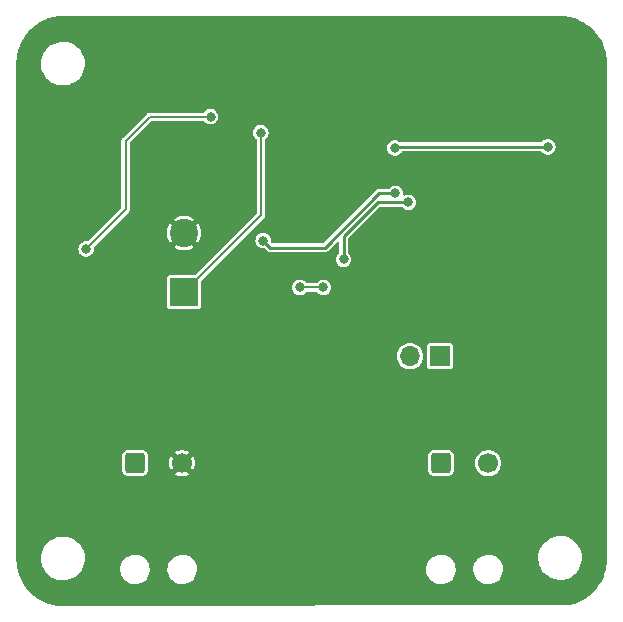
<source format=gbr>
%TF.GenerationSoftware,KiCad,Pcbnew,7.0.1-0*%
%TF.CreationDate,2023-12-18T21:05:32-06:00*%
%TF.ProjectId,BNOCAN,424e4f43-414e-42e6-9b69-6361645f7063,rev?*%
%TF.SameCoordinates,Original*%
%TF.FileFunction,Copper,L2,Bot*%
%TF.FilePolarity,Positive*%
%FSLAX46Y46*%
G04 Gerber Fmt 4.6, Leading zero omitted, Abs format (unit mm)*
G04 Created by KiCad (PCBNEW 7.0.1-0) date 2023-12-18 21:05:32*
%MOMM*%
%LPD*%
G01*
G04 APERTURE LIST*
G04 Aperture macros list*
%AMRoundRect*
0 Rectangle with rounded corners*
0 $1 Rounding radius*
0 $2 $3 $4 $5 $6 $7 $8 $9 X,Y pos of 4 corners*
0 Add a 4 corners polygon primitive as box body*
4,1,4,$2,$3,$4,$5,$6,$7,$8,$9,$2,$3,0*
0 Add four circle primitives for the rounded corners*
1,1,$1+$1,$2,$3*
1,1,$1+$1,$4,$5*
1,1,$1+$1,$6,$7*
1,1,$1+$1,$8,$9*
0 Add four rect primitives between the rounded corners*
20,1,$1+$1,$2,$3,$4,$5,0*
20,1,$1+$1,$4,$5,$6,$7,0*
20,1,$1+$1,$6,$7,$8,$9,0*
20,1,$1+$1,$8,$9,$2,$3,0*%
G04 Aperture macros list end*
%TA.AperFunction,ComponentPad*%
%ADD10C,1.700000*%
%TD*%
%TA.AperFunction,ComponentPad*%
%ADD11RoundRect,0.250000X-0.600000X-0.600000X0.600000X-0.600000X0.600000X0.600000X-0.600000X0.600000X0*%
%TD*%
%TA.AperFunction,ComponentPad*%
%ADD12R,1.700000X1.700000*%
%TD*%
%TA.AperFunction,ComponentPad*%
%ADD13O,1.700000X1.700000*%
%TD*%
%TA.AperFunction,ComponentPad*%
%ADD14R,2.400000X2.400000*%
%TD*%
%TA.AperFunction,ComponentPad*%
%ADD15C,2.400000*%
%TD*%
%TA.AperFunction,ViaPad*%
%ADD16C,0.800000*%
%TD*%
%TA.AperFunction,Conductor*%
%ADD17C,0.200000*%
%TD*%
%TA.AperFunction,Conductor*%
%ADD18C,0.254000*%
%TD*%
G04 APERTURE END LIST*
D10*
%TO.P,J2,2,Pin_2*%
%TO.N,GND*%
X124050000Y-93075000D03*
D11*
%TO.P,J2,1,Pin_1*%
%TO.N,VCC*%
X120050000Y-93075000D03*
%TD*%
D10*
%TO.P,J1,2,Pin_2*%
%TO.N,/CAN+*%
X149950000Y-93075000D03*
D11*
%TO.P,J1,1,Pin_1*%
%TO.N,/CAN-*%
X145950000Y-93075000D03*
%TD*%
D12*
%TO.P,JP1,1,A*%
%TO.N,/CAN-*%
X145875000Y-84025000D03*
D13*
%TO.P,JP1,2,B*%
%TO.N,Net-(JP1-B)*%
X143335000Y-84025000D03*
%TD*%
D14*
%TO.P,C21,1*%
%TO.N,+3.3V*%
X124200000Y-78600000D03*
D15*
%TO.P,C21,2*%
%TO.N,GND*%
X124200000Y-73600000D03*
%TD*%
D16*
%TO.N,+3.3V*%
X142050000Y-66400000D03*
%TO.N,GND*%
X151425000Y-76050000D03*
X148200000Y-72675000D03*
X157098690Y-98051250D03*
X157098690Y-65031250D03*
X157098690Y-62491250D03*
X157098690Y-59951250D03*
X157098690Y-57411250D03*
X154558690Y-103131250D03*
X154558690Y-92971250D03*
X154558690Y-90431250D03*
X154558690Y-77731250D03*
X154558690Y-75191250D03*
X154558690Y-72651250D03*
X154558690Y-70111250D03*
X154558690Y-57411250D03*
X152018690Y-103131250D03*
X152018690Y-100591250D03*
X152018690Y-95511250D03*
X152018690Y-92971250D03*
X152018690Y-72651250D03*
X152018690Y-70111250D03*
X152018690Y-57411250D03*
X149478690Y-95511250D03*
X149478690Y-87891250D03*
X149478690Y-70111250D03*
X149478690Y-57411250D03*
X146938690Y-95511250D03*
X146938690Y-90431250D03*
X146938690Y-87891250D03*
X146938690Y-77731250D03*
X146938690Y-75191250D03*
X146938690Y-67571250D03*
X146938690Y-62491250D03*
X146938690Y-59951250D03*
X146938690Y-57411250D03*
X144398690Y-100591250D03*
X144398690Y-92971250D03*
X144398690Y-90431250D03*
X144398690Y-87891250D03*
X144398690Y-65031250D03*
X144398690Y-59951250D03*
X144398690Y-57411250D03*
X141858690Y-103131250D03*
X141858690Y-100591250D03*
X141858690Y-98051250D03*
X141858690Y-90431250D03*
X141858690Y-59951250D03*
X141858690Y-57411250D03*
X139318690Y-103131250D03*
X139318690Y-100591250D03*
X139318690Y-98051250D03*
X139318690Y-95511250D03*
X139318690Y-87891250D03*
X139318690Y-80271250D03*
X139318690Y-59951250D03*
X139318690Y-57411250D03*
X136778690Y-103131250D03*
X136778690Y-62491250D03*
X136778690Y-59951250D03*
X136778690Y-57411250D03*
X134238690Y-103131250D03*
X134238690Y-95511250D03*
X134238690Y-85351250D03*
X134238690Y-62491250D03*
X134238690Y-59951250D03*
X134238690Y-57411250D03*
X131698690Y-103131250D03*
X131698690Y-100591250D03*
X131698690Y-98051250D03*
X131698690Y-77731250D03*
X131698690Y-62491250D03*
X131698690Y-59951250D03*
X131698690Y-57411250D03*
X129158690Y-103131250D03*
X129158690Y-100591250D03*
X129158690Y-98051250D03*
X129158690Y-95511250D03*
X129158690Y-62491250D03*
X129158690Y-59951250D03*
X129158690Y-57411250D03*
X126618690Y-103131250D03*
X126618690Y-100591250D03*
X126618690Y-98051250D03*
X126618690Y-95511250D03*
X126618690Y-77731250D03*
X126618690Y-59951250D03*
X126618690Y-57411250D03*
X124078690Y-98051250D03*
X124078690Y-95511250D03*
X124078690Y-87891250D03*
X124078690Y-82811250D03*
X124078690Y-65031250D03*
X124078690Y-62491250D03*
X124078690Y-59951250D03*
X124078690Y-57411250D03*
X121538690Y-100591250D03*
X121538690Y-98051250D03*
X121538690Y-95511250D03*
X121538690Y-80271250D03*
X121538690Y-77731250D03*
X121538690Y-75191250D03*
X121538690Y-72651250D03*
X121538690Y-70111250D03*
X121538690Y-65031250D03*
X121538690Y-62491250D03*
X121538690Y-59951250D03*
X121538690Y-57411250D03*
X118998690Y-98051250D03*
X118998690Y-95511250D03*
X118998690Y-80271250D03*
X118998690Y-77731250D03*
X118998690Y-75191250D03*
X118998690Y-62491250D03*
X118998690Y-59951250D03*
X118998690Y-57411250D03*
X116458690Y-103131250D03*
X116458690Y-100591250D03*
X116458690Y-98051250D03*
X116458690Y-95511250D03*
X116458690Y-92971250D03*
X116458690Y-87891250D03*
X116458690Y-85351250D03*
X116458690Y-82811250D03*
X116458690Y-80271250D03*
X116458690Y-67571250D03*
X116458690Y-65031250D03*
X116458690Y-62491250D03*
X116458690Y-59951250D03*
X116458690Y-57411250D03*
X113918690Y-98051250D03*
X113918690Y-95511250D03*
X113918690Y-92971250D03*
X113918690Y-90431250D03*
X113918690Y-87891250D03*
X113918690Y-85351250D03*
X113918690Y-82811250D03*
X113918690Y-80271250D03*
X113918690Y-75191250D03*
X113918690Y-72651250D03*
X113918690Y-67571250D03*
X113918690Y-65031250D03*
X113918690Y-62491250D03*
X111378690Y-100591250D03*
X111378690Y-98051250D03*
X111378690Y-95511250D03*
X111378690Y-92971250D03*
X111378690Y-90431250D03*
X111378690Y-87891250D03*
X111378690Y-85351250D03*
X111378690Y-82811250D03*
X111378690Y-80271250D03*
X111378690Y-77731250D03*
X111378690Y-75191250D03*
X111378690Y-72651250D03*
X111378690Y-70111250D03*
X111378690Y-67571250D03*
X111378690Y-65031250D03*
X111378690Y-62491250D03*
X111378690Y-59951250D03*
X138000000Y-68400000D03*
X134800000Y-68400000D03*
X136400000Y-68400000D03*
X138000000Y-70000000D03*
X134800000Y-70000000D03*
X138000000Y-66800000D03*
X134800000Y-66800000D03*
X128050000Y-71250000D03*
X126850000Y-69350000D03*
%TO.N,+3.3V*%
X130700000Y-65100000D03*
X155000000Y-66300000D03*
%TO.N,Net-(U4-BOOT0)*%
X115900000Y-74950000D03*
X126450000Y-63750000D03*
%TO.N,Net-(U5-H_SDA{slash}MISO{slash}TX)*%
X134000000Y-78200000D03*
X136000000Y-78200000D03*
%TO.N,/UART_RX*%
X143200000Y-71000000D03*
X137700000Y-75837500D03*
%TO.N,Net-(U4-PA9)*%
X142100000Y-70237500D03*
X130900000Y-74237500D03*
%TD*%
D17*
%TO.N,Net-(U4-BOOT0)*%
X119250000Y-65800000D02*
X119250000Y-71600000D01*
X119250000Y-71600000D02*
X115900000Y-74950000D01*
%TO.N,+3.3V*%
X130700000Y-65100000D02*
X130700000Y-72100000D01*
X130700000Y-72100000D02*
X124200000Y-78600000D01*
D18*
X142050000Y-66400000D02*
X142150000Y-66300000D01*
X142150000Y-66300000D02*
X155000000Y-66300000D01*
D17*
%TO.N,Net-(U4-BOOT0)*%
X126450000Y-63750000D02*
X121300000Y-63750000D01*
X121300000Y-63750000D02*
X119250000Y-65800000D01*
D18*
%TO.N,/UART_RX*%
X143200000Y-71000000D02*
X140600000Y-71000000D01*
X140600000Y-71000000D02*
X140400000Y-71200000D01*
X137700000Y-73879552D02*
X137700000Y-75837500D01*
X140400000Y-71200000D02*
X140379552Y-71200000D01*
X140379552Y-71200000D02*
X137700000Y-73879552D01*
D17*
%TO.N,Net-(U5-H_SDA{slash}MISO{slash}TX)*%
X134000000Y-78200000D02*
X136000000Y-78200000D01*
D18*
%TO.N,Net-(U4-PA9)*%
X142100000Y-70237500D02*
X140700000Y-70237500D01*
X140700000Y-70237500D02*
X136100000Y-74837500D01*
X136100000Y-74837500D02*
X131500000Y-74837500D01*
X131500000Y-74837500D02*
X130900000Y-74237500D01*
%TD*%
%TA.AperFunction,Conductor*%
%TO.N,GND*%
G36*
X156002854Y-55200632D02*
G01*
X156018811Y-55201369D01*
X156173088Y-55208502D01*
X156369795Y-55218166D01*
X156380787Y-55219201D01*
X156562876Y-55244601D01*
X156563781Y-55244732D01*
X156747261Y-55271949D01*
X156757413Y-55273892D01*
X156938614Y-55316510D01*
X156940023Y-55316852D01*
X157117874Y-55361401D01*
X157127091Y-55364096D01*
X157304478Y-55423550D01*
X157306618Y-55424292D01*
X157478220Y-55485692D01*
X157486519Y-55489004D01*
X157657980Y-55564712D01*
X157660909Y-55566051D01*
X157747263Y-55606892D01*
X157825119Y-55643715D01*
X157832411Y-55647465D01*
X157929135Y-55701341D01*
X157996435Y-55738827D01*
X157999810Y-55740777D01*
X158155371Y-55834017D01*
X158161670Y-55838058D01*
X158316699Y-55944256D01*
X158320459Y-55946935D01*
X158466009Y-56054882D01*
X158471305Y-56059040D01*
X158616009Y-56179200D01*
X158619947Y-56182617D01*
X158754206Y-56304303D01*
X158758590Y-56308478D01*
X158891520Y-56441408D01*
X158895698Y-56445795D01*
X159017375Y-56580045D01*
X159020805Y-56583998D01*
X159140951Y-56728684D01*
X159145124Y-56734000D01*
X159253041Y-56879509D01*
X159255742Y-56883299D01*
X159361940Y-57038328D01*
X159365999Y-57044656D01*
X159459200Y-57200153D01*
X159461171Y-57203563D01*
X159552525Y-57367573D01*
X159556291Y-57374896D01*
X159633947Y-57539089D01*
X159635286Y-57542018D01*
X159710994Y-57713479D01*
X159714311Y-57721791D01*
X159775666Y-57893265D01*
X159776487Y-57895634D01*
X159835894Y-58072881D01*
X159838606Y-58082157D01*
X159883104Y-58259803D01*
X159883526Y-58261543D01*
X159926101Y-58442562D01*
X159928053Y-58452758D01*
X159955257Y-58636156D01*
X159955410Y-58637218D01*
X159980794Y-58819184D01*
X159981834Y-58830232D01*
X159991512Y-59027238D01*
X159991529Y-59027595D01*
X159999368Y-59197145D01*
X159999500Y-59202872D01*
X159999500Y-101197145D01*
X159999369Y-101202846D01*
X159991517Y-101373436D01*
X159991500Y-101373792D01*
X159982000Y-101568051D01*
X159980970Y-101579049D01*
X159955724Y-101760859D01*
X159955572Y-101761916D01*
X159928709Y-101943852D01*
X159926775Y-101954003D01*
X159884466Y-102134739D01*
X159884047Y-102136473D01*
X159840068Y-102312873D01*
X159837381Y-102322109D01*
X159778391Y-102498973D01*
X159777577Y-102501333D01*
X159716868Y-102671837D01*
X159713581Y-102680117D01*
X159638440Y-102851166D01*
X159637111Y-102854086D01*
X159560242Y-103017454D01*
X159556510Y-103024751D01*
X159465847Y-103188407D01*
X159463893Y-103191805D01*
X159371584Y-103346671D01*
X159367560Y-103352982D01*
X159262147Y-103507767D01*
X159259467Y-103511547D01*
X159152597Y-103656516D01*
X159148432Y-103661855D01*
X159029210Y-103806348D01*
X159025720Y-103810397D01*
X158905230Y-103944231D01*
X158901067Y-103948633D01*
X158769070Y-104081571D01*
X158764697Y-104085765D01*
X158631742Y-104207185D01*
X158627719Y-104210704D01*
X158484074Y-104330953D01*
X158478765Y-104335156D01*
X158334535Y-104443071D01*
X158330773Y-104445777D01*
X158176758Y-104552275D01*
X158170477Y-104556344D01*
X158016295Y-104649738D01*
X158012910Y-104651716D01*
X157849870Y-104743558D01*
X157842600Y-104747342D01*
X157679822Y-104825350D01*
X157676912Y-104826699D01*
X157506360Y-104903073D01*
X157498102Y-104906420D01*
X157328049Y-104968332D01*
X157325698Y-104969161D01*
X157149256Y-105029409D01*
X157140036Y-105032163D01*
X156963951Y-105077393D01*
X156962223Y-105077824D01*
X156871548Y-105099732D01*
X156842550Y-105103200D01*
X113386855Y-105146569D01*
X113368537Y-105145227D01*
X113252757Y-105128053D01*
X113242561Y-105126101D01*
X113061543Y-105083526D01*
X113059803Y-105083104D01*
X112882157Y-105038606D01*
X112872881Y-105035894D01*
X112695634Y-104976487D01*
X112693265Y-104975666D01*
X112521791Y-104914311D01*
X112513479Y-104910994D01*
X112342018Y-104835286D01*
X112339089Y-104833947D01*
X112174896Y-104756291D01*
X112167573Y-104752525D01*
X112003563Y-104661171D01*
X112000153Y-104659200D01*
X111980648Y-104647509D01*
X111844645Y-104565992D01*
X111838328Y-104561940D01*
X111683299Y-104455742D01*
X111679509Y-104453041D01*
X111666066Y-104443071D01*
X111534000Y-104345124D01*
X111528684Y-104340951D01*
X111383998Y-104220805D01*
X111380045Y-104217375D01*
X111245795Y-104095698D01*
X111241408Y-104091520D01*
X111108478Y-103958590D01*
X111104303Y-103954206D01*
X110982617Y-103819947D01*
X110979200Y-103816009D01*
X110859040Y-103671305D01*
X110854882Y-103666009D01*
X110746935Y-103520459D01*
X110744256Y-103516699D01*
X110638058Y-103361670D01*
X110634017Y-103355371D01*
X110540777Y-103199810D01*
X110538827Y-103196435D01*
X110536248Y-103191805D01*
X110447465Y-103032411D01*
X110443715Y-103025119D01*
X110389769Y-102911058D01*
X110366051Y-102860909D01*
X110364712Y-102857980D01*
X110289004Y-102686519D01*
X110285692Y-102678220D01*
X110224292Y-102506618D01*
X110223550Y-102504478D01*
X110164096Y-102327091D01*
X110161401Y-102317874D01*
X110116852Y-102140023D01*
X110116510Y-102138614D01*
X110073892Y-101957413D01*
X110071949Y-101947261D01*
X110044732Y-101763781D01*
X110044588Y-101762780D01*
X110019201Y-101580787D01*
X110018166Y-101569795D01*
X110008480Y-101372611D01*
X110001322Y-101217764D01*
X112095787Y-101217764D01*
X112125413Y-101487016D01*
X112149474Y-101579049D01*
X112193928Y-101749088D01*
X112299870Y-101998390D01*
X112299871Y-101998392D01*
X112440982Y-102229611D01*
X112614253Y-102437818D01*
X112614255Y-102437820D01*
X112815998Y-102618582D01*
X113041910Y-102768044D01*
X113133027Y-102810758D01*
X113287177Y-102883021D01*
X113511469Y-102950500D01*
X113546569Y-102961060D01*
X113814561Y-103000500D01*
X114017631Y-103000500D01*
X114017634Y-103000500D01*
X114220156Y-102985677D01*
X114233381Y-102982731D01*
X114484553Y-102926780D01*
X114737558Y-102830014D01*
X114973777Y-102697441D01*
X115188177Y-102531888D01*
X115376186Y-102336881D01*
X115523247Y-102131328D01*
X118795709Y-102131328D01*
X118825925Y-102354388D01*
X118883598Y-102531888D01*
X118895483Y-102568464D01*
X119002148Y-102766681D01*
X119142492Y-102942666D01*
X119312004Y-103090765D01*
X119312006Y-103090766D01*
X119505237Y-103206216D01*
X119623214Y-103250493D01*
X119715976Y-103285307D01*
X119937453Y-103325500D01*
X120106153Y-103325500D01*
X120106155Y-103325500D01*
X120274188Y-103310377D01*
X120491170Y-103250493D01*
X120693973Y-103152829D01*
X120876078Y-103020522D01*
X121031632Y-102857825D01*
X121155635Y-102669968D01*
X121244103Y-102462988D01*
X121294191Y-102243537D01*
X121299230Y-102131328D01*
X122795709Y-102131328D01*
X122825925Y-102354388D01*
X122883598Y-102531888D01*
X122895483Y-102568464D01*
X123002148Y-102766681D01*
X123142492Y-102942666D01*
X123312004Y-103090765D01*
X123312006Y-103090766D01*
X123505237Y-103206216D01*
X123623214Y-103250493D01*
X123715976Y-103285307D01*
X123937453Y-103325500D01*
X124106153Y-103325500D01*
X124106155Y-103325500D01*
X124274188Y-103310377D01*
X124491170Y-103250493D01*
X124693973Y-103152829D01*
X124876078Y-103020522D01*
X125031632Y-102857825D01*
X125155635Y-102669968D01*
X125244103Y-102462988D01*
X125294191Y-102243537D01*
X125299230Y-102131328D01*
X144695709Y-102131328D01*
X144725925Y-102354388D01*
X144783598Y-102531888D01*
X144795483Y-102568464D01*
X144902148Y-102766681D01*
X145042492Y-102942666D01*
X145212004Y-103090765D01*
X145212006Y-103090766D01*
X145405237Y-103206216D01*
X145523214Y-103250493D01*
X145615976Y-103285307D01*
X145837453Y-103325500D01*
X146006153Y-103325500D01*
X146006155Y-103325500D01*
X146174188Y-103310377D01*
X146391170Y-103250493D01*
X146593973Y-103152829D01*
X146776078Y-103020522D01*
X146931632Y-102857825D01*
X147055635Y-102669968D01*
X147144103Y-102462988D01*
X147194191Y-102243537D01*
X147199230Y-102131328D01*
X148695709Y-102131328D01*
X148725925Y-102354388D01*
X148783598Y-102531888D01*
X148795483Y-102568464D01*
X148902148Y-102766681D01*
X149042492Y-102942666D01*
X149212004Y-103090765D01*
X149212006Y-103090766D01*
X149405237Y-103206216D01*
X149523214Y-103250493D01*
X149615976Y-103285307D01*
X149837453Y-103325500D01*
X150006153Y-103325500D01*
X150006155Y-103325500D01*
X150174188Y-103310377D01*
X150391170Y-103250493D01*
X150593973Y-103152829D01*
X150776078Y-103020522D01*
X150931632Y-102857825D01*
X151055635Y-102669968D01*
X151144103Y-102462988D01*
X151194191Y-102243537D01*
X151204290Y-102018670D01*
X151174075Y-101795613D01*
X151104517Y-101581536D01*
X150997852Y-101383319D01*
X150877737Y-101232701D01*
X150857509Y-101207335D01*
X150852371Y-101202846D01*
X150812217Y-101167764D01*
X154195787Y-101167764D01*
X154225413Y-101437016D01*
X154259493Y-101567372D01*
X154293928Y-101699088D01*
X154382053Y-101906462D01*
X154399871Y-101948392D01*
X154540982Y-102179611D01*
X154714253Y-102387818D01*
X154714255Y-102387820D01*
X154915998Y-102568582D01*
X155141910Y-102718044D01*
X155245662Y-102766681D01*
X155387177Y-102833021D01*
X155646562Y-102911058D01*
X155646569Y-102911060D01*
X155914561Y-102950500D01*
X156117631Y-102950500D01*
X156117634Y-102950500D01*
X156320156Y-102935677D01*
X156320155Y-102935677D01*
X156584553Y-102876780D01*
X156837558Y-102780014D01*
X157073777Y-102647441D01*
X157288177Y-102481888D01*
X157476186Y-102286881D01*
X157633799Y-102066579D01*
X157757656Y-101825675D01*
X157845118Y-101569305D01*
X157894319Y-101302933D01*
X157904212Y-101032235D01*
X157874586Y-100762982D01*
X157806072Y-100500912D01*
X157700130Y-100251610D01*
X157589533Y-100070390D01*
X157559017Y-100020388D01*
X157385746Y-99812181D01*
X157280758Y-99718112D01*
X157184002Y-99631418D01*
X156958090Y-99481956D01*
X156932556Y-99469986D01*
X156712822Y-99366978D01*
X156453437Y-99288941D01*
X156453431Y-99288940D01*
X156185439Y-99249500D01*
X155982369Y-99249500D01*
X155982366Y-99249500D01*
X155779843Y-99264322D01*
X155515449Y-99323219D01*
X155262441Y-99419986D01*
X155026223Y-99552559D01*
X154811825Y-99718109D01*
X154623813Y-99913120D01*
X154466201Y-100133420D01*
X154342342Y-100374329D01*
X154254881Y-100630695D01*
X154205680Y-100897066D01*
X154195787Y-101167764D01*
X150812217Y-101167764D01*
X150687996Y-101059235D01*
X150687993Y-101059233D01*
X150494762Y-100943783D01*
X150284025Y-100864693D01*
X150062547Y-100824500D01*
X149893845Y-100824500D01*
X149826631Y-100830549D01*
X149725809Y-100839623D01*
X149508828Y-100899507D01*
X149306027Y-100997170D01*
X149123925Y-101129475D01*
X148968365Y-101292178D01*
X148844365Y-101480031D01*
X148755896Y-101687012D01*
X148705809Y-101906462D01*
X148695709Y-102131328D01*
X147199230Y-102131328D01*
X147204290Y-102018670D01*
X147174075Y-101795613D01*
X147104517Y-101581536D01*
X146997852Y-101383319D01*
X146877737Y-101232701D01*
X146857509Y-101207335D01*
X146852371Y-101202846D01*
X146687996Y-101059235D01*
X146687993Y-101059233D01*
X146494762Y-100943783D01*
X146284025Y-100864693D01*
X146062547Y-100824500D01*
X145893845Y-100824500D01*
X145826631Y-100830549D01*
X145725809Y-100839623D01*
X145508828Y-100899507D01*
X145306027Y-100997170D01*
X145123925Y-101129475D01*
X144968365Y-101292178D01*
X144844365Y-101480031D01*
X144755896Y-101687012D01*
X144705809Y-101906462D01*
X144695709Y-102131328D01*
X125299230Y-102131328D01*
X125304290Y-102018670D01*
X125274075Y-101795613D01*
X125204517Y-101581536D01*
X125097852Y-101383319D01*
X124977737Y-101232701D01*
X124957509Y-101207335D01*
X124952371Y-101202846D01*
X124787996Y-101059235D01*
X124787993Y-101059233D01*
X124594762Y-100943783D01*
X124384025Y-100864693D01*
X124162547Y-100824500D01*
X123993845Y-100824500D01*
X123926631Y-100830549D01*
X123825809Y-100839623D01*
X123608828Y-100899507D01*
X123406027Y-100997170D01*
X123223925Y-101129475D01*
X123068365Y-101292178D01*
X122944365Y-101480031D01*
X122855896Y-101687012D01*
X122805809Y-101906462D01*
X122795709Y-102131328D01*
X121299230Y-102131328D01*
X121304290Y-102018670D01*
X121274075Y-101795613D01*
X121204517Y-101581536D01*
X121097852Y-101383319D01*
X120977737Y-101232701D01*
X120957509Y-101207335D01*
X120952371Y-101202846D01*
X120787996Y-101059235D01*
X120787993Y-101059233D01*
X120594762Y-100943783D01*
X120384025Y-100864693D01*
X120162547Y-100824500D01*
X119993845Y-100824500D01*
X119926631Y-100830549D01*
X119825809Y-100839623D01*
X119608828Y-100899507D01*
X119406027Y-100997170D01*
X119223925Y-101129475D01*
X119068365Y-101292178D01*
X118944365Y-101480031D01*
X118855896Y-101687012D01*
X118805809Y-101906462D01*
X118795709Y-102131328D01*
X115523247Y-102131328D01*
X115533799Y-102116579D01*
X115657656Y-101875675D01*
X115745118Y-101619305D01*
X115794319Y-101352933D01*
X115804212Y-101082235D01*
X115774586Y-100812982D01*
X115706072Y-100550912D01*
X115600130Y-100301610D01*
X115527999Y-100183420D01*
X115459017Y-100070388D01*
X115285746Y-99862181D01*
X115229941Y-99812180D01*
X115084002Y-99681418D01*
X114858090Y-99531956D01*
X114858086Y-99531954D01*
X114612822Y-99416978D01*
X114353437Y-99338941D01*
X114353431Y-99338940D01*
X114085439Y-99299500D01*
X113882369Y-99299500D01*
X113882366Y-99299500D01*
X113679843Y-99314322D01*
X113415449Y-99373219D01*
X113162441Y-99469986D01*
X112926223Y-99602559D01*
X112711825Y-99768109D01*
X112523813Y-99963120D01*
X112366201Y-100183420D01*
X112242342Y-100424329D01*
X112154881Y-100680695D01*
X112105680Y-100947066D01*
X112095787Y-101217764D01*
X110001322Y-101217764D01*
X110000632Y-101202846D01*
X110000500Y-101197128D01*
X110000500Y-93722869D01*
X118949500Y-93722869D01*
X118955909Y-93782483D01*
X119006204Y-93917331D01*
X119092454Y-94032546D01*
X119207669Y-94118796D01*
X119342517Y-94169091D01*
X119402127Y-94175500D01*
X120697872Y-94175499D01*
X120757483Y-94169091D01*
X120892331Y-94118796D01*
X121007546Y-94032546D01*
X121024993Y-94009240D01*
X123469310Y-94009240D01*
X123557588Y-94063899D01*
X123747679Y-94137540D01*
X123948072Y-94175000D01*
X124151928Y-94175000D01*
X124352320Y-94137540D01*
X124542411Y-94063899D01*
X124630688Y-94009240D01*
X124344317Y-93722869D01*
X144849500Y-93722869D01*
X144855909Y-93782483D01*
X144906204Y-93917331D01*
X144992454Y-94032546D01*
X145107669Y-94118796D01*
X145242517Y-94169091D01*
X145302127Y-94175500D01*
X146597872Y-94175499D01*
X146657483Y-94169091D01*
X146792331Y-94118796D01*
X146907546Y-94032546D01*
X146993796Y-93917331D01*
X147044091Y-93782483D01*
X147050500Y-93722873D01*
X147050499Y-93075000D01*
X148844785Y-93075000D01*
X148863602Y-93278083D01*
X148919418Y-93474251D01*
X149010324Y-93656818D01*
X149133236Y-93819580D01*
X149283958Y-93956981D01*
X149457361Y-94064347D01*
X149457363Y-94064348D01*
X149647544Y-94138024D01*
X149848024Y-94175500D01*
X150051974Y-94175500D01*
X150051976Y-94175500D01*
X150252456Y-94138024D01*
X150442637Y-94064348D01*
X150616041Y-93956981D01*
X150766764Y-93819579D01*
X150889673Y-93656821D01*
X150889673Y-93656819D01*
X150889675Y-93656818D01*
X150935313Y-93565161D01*
X150980582Y-93474250D01*
X151036397Y-93278083D01*
X151055215Y-93075000D01*
X151036397Y-92871917D01*
X150980582Y-92675750D01*
X150980209Y-92675001D01*
X150889675Y-92493181D01*
X150766763Y-92330419D01*
X150616041Y-92193018D01*
X150442638Y-92085652D01*
X150252457Y-92011976D01*
X150185629Y-91999484D01*
X150051976Y-91974500D01*
X149848024Y-91974500D01*
X149747784Y-91993237D01*
X149647542Y-92011976D01*
X149457361Y-92085652D01*
X149283958Y-92193018D01*
X149133236Y-92330419D01*
X149010324Y-92493181D01*
X148919418Y-92675748D01*
X148863602Y-92871916D01*
X148844785Y-93075000D01*
X147050499Y-93075000D01*
X147050499Y-92427128D01*
X147044091Y-92367517D01*
X146993796Y-92232669D01*
X146907546Y-92117454D01*
X146792331Y-92031204D01*
X146657483Y-91980909D01*
X146597873Y-91974500D01*
X146597869Y-91974500D01*
X145302130Y-91974500D01*
X145242515Y-91980909D01*
X145107669Y-92031204D01*
X144992454Y-92117454D01*
X144906204Y-92232668D01*
X144855909Y-92367516D01*
X144849500Y-92427130D01*
X144849500Y-93722869D01*
X124344317Y-93722869D01*
X124050001Y-93428553D01*
X124050000Y-93428553D01*
X123469310Y-94009240D01*
X121024993Y-94009240D01*
X121093796Y-93917331D01*
X121144091Y-93782483D01*
X121150500Y-93722873D01*
X121150499Y-93074999D01*
X122945287Y-93074999D01*
X122964096Y-93277992D01*
X123019885Y-93474068D01*
X123110751Y-93656552D01*
X123112532Y-93658912D01*
X123112533Y-93658913D01*
X123696447Y-93075001D01*
X123696447Y-93075000D01*
X124403553Y-93075000D01*
X124987465Y-93658912D01*
X124989247Y-93656553D01*
X125080115Y-93474066D01*
X125135903Y-93277992D01*
X125154712Y-93074999D01*
X125135903Y-92872007D01*
X125080114Y-92675931D01*
X124989248Y-92493448D01*
X124987465Y-92491086D01*
X124987465Y-92491085D01*
X124403553Y-93075000D01*
X123696447Y-93075000D01*
X123112533Y-92491085D01*
X123110753Y-92493444D01*
X123019884Y-92675933D01*
X122964096Y-92872007D01*
X122945287Y-93074999D01*
X121150499Y-93074999D01*
X121150499Y-92427128D01*
X121144091Y-92367517D01*
X121093796Y-92232669D01*
X121024991Y-92140758D01*
X123469310Y-92140758D01*
X124050000Y-92721447D01*
X124050001Y-92721447D01*
X124630688Y-92140758D01*
X124630687Y-92140757D01*
X124542414Y-92086101D01*
X124352320Y-92012459D01*
X124151928Y-91975000D01*
X123948072Y-91975000D01*
X123747679Y-92012459D01*
X123557589Y-92086100D01*
X123469310Y-92140758D01*
X121024991Y-92140758D01*
X121007546Y-92117454D01*
X120892331Y-92031204D01*
X120757483Y-91980909D01*
X120697873Y-91974500D01*
X120697869Y-91974500D01*
X119402130Y-91974500D01*
X119342515Y-91980909D01*
X119207669Y-92031204D01*
X119092454Y-92117454D01*
X119006204Y-92232668D01*
X118955909Y-92367516D01*
X118949500Y-92427130D01*
X118949500Y-93722869D01*
X110000500Y-93722869D01*
X110000500Y-84025000D01*
X142229785Y-84025000D01*
X142248602Y-84228083D01*
X142304418Y-84424251D01*
X142395324Y-84606818D01*
X142518236Y-84769580D01*
X142668958Y-84906981D01*
X142842361Y-85014347D01*
X142842363Y-85014348D01*
X143032544Y-85088024D01*
X143233024Y-85125500D01*
X143436974Y-85125500D01*
X143436976Y-85125500D01*
X143637456Y-85088024D01*
X143827637Y-85014348D01*
X144001041Y-84906981D01*
X144009055Y-84899675D01*
X144774500Y-84899675D01*
X144789033Y-84972738D01*
X144789033Y-84972739D01*
X144789034Y-84972740D01*
X144844399Y-85055601D01*
X144927260Y-85110966D01*
X144963792Y-85118232D01*
X145000325Y-85125500D01*
X145000326Y-85125500D01*
X146749674Y-85125500D01*
X146749675Y-85125500D01*
X146774029Y-85120655D01*
X146822740Y-85110966D01*
X146905601Y-85055601D01*
X146960966Y-84972740D01*
X146975500Y-84899674D01*
X146975500Y-83150326D01*
X146960966Y-83077260D01*
X146905601Y-82994399D01*
X146822740Y-82939034D01*
X146822739Y-82939033D01*
X146822738Y-82939033D01*
X146749675Y-82924500D01*
X146749674Y-82924500D01*
X145000326Y-82924500D01*
X145000325Y-82924500D01*
X144927261Y-82939033D01*
X144844399Y-82994399D01*
X144789033Y-83077261D01*
X144774500Y-83150325D01*
X144774500Y-84899675D01*
X144009055Y-84899675D01*
X144151764Y-84769579D01*
X144274673Y-84606821D01*
X144274673Y-84606819D01*
X144274675Y-84606818D01*
X144320313Y-84515161D01*
X144365582Y-84424250D01*
X144421397Y-84228083D01*
X144440215Y-84025000D01*
X144421397Y-83821917D01*
X144365582Y-83625750D01*
X144365209Y-83625001D01*
X144274675Y-83443181D01*
X144151763Y-83280419D01*
X144001041Y-83143018D01*
X143827638Y-83035652D01*
X143637457Y-82961976D01*
X143514726Y-82939034D01*
X143436976Y-82924500D01*
X143233024Y-82924500D01*
X143155279Y-82939033D01*
X143032542Y-82961976D01*
X142842361Y-83035652D01*
X142668958Y-83143018D01*
X142518236Y-83280419D01*
X142395324Y-83443181D01*
X142304418Y-83625748D01*
X142248602Y-83821916D01*
X142229785Y-84025000D01*
X110000500Y-84025000D01*
X110000500Y-79824675D01*
X122749500Y-79824675D01*
X122764033Y-79897738D01*
X122764033Y-79897739D01*
X122764034Y-79897740D01*
X122819399Y-79980601D01*
X122902260Y-80035966D01*
X122938793Y-80043233D01*
X122975325Y-80050500D01*
X122975326Y-80050500D01*
X125424674Y-80050500D01*
X125424675Y-80050500D01*
X125449029Y-80045655D01*
X125497740Y-80035966D01*
X125580601Y-79980601D01*
X125635966Y-79897740D01*
X125650500Y-79824674D01*
X125650500Y-78200000D01*
X133344721Y-78200000D01*
X133363763Y-78356818D01*
X133419780Y-78504523D01*
X133509515Y-78634528D01*
X133509516Y-78634529D01*
X133509517Y-78634530D01*
X133627760Y-78739283D01*
X133767635Y-78812696D01*
X133921015Y-78850500D01*
X134078985Y-78850500D01*
X134232365Y-78812696D01*
X134372240Y-78739283D01*
X134490483Y-78634530D01*
X134511515Y-78604058D01*
X134555938Y-78564704D01*
X134613564Y-78550500D01*
X135386436Y-78550500D01*
X135444062Y-78564704D01*
X135488484Y-78604058D01*
X135509517Y-78634530D01*
X135627760Y-78739283D01*
X135767635Y-78812696D01*
X135921015Y-78850500D01*
X136078985Y-78850500D01*
X136232365Y-78812696D01*
X136372240Y-78739283D01*
X136490483Y-78634530D01*
X136580220Y-78504523D01*
X136636237Y-78356818D01*
X136655278Y-78200000D01*
X136636237Y-78043182D01*
X136580220Y-77895477D01*
X136490483Y-77765470D01*
X136372240Y-77660717D01*
X136273442Y-77608863D01*
X136232364Y-77587303D01*
X136078985Y-77549500D01*
X135921015Y-77549500D01*
X135767635Y-77587303D01*
X135627761Y-77660716D01*
X135627759Y-77660717D01*
X135627760Y-77660717D01*
X135509517Y-77765470D01*
X135488484Y-77795941D01*
X135444062Y-77835296D01*
X135386436Y-77849500D01*
X134613564Y-77849500D01*
X134555938Y-77835296D01*
X134511515Y-77795941D01*
X134490483Y-77765470D01*
X134372240Y-77660717D01*
X134273442Y-77608863D01*
X134232364Y-77587303D01*
X134078985Y-77549500D01*
X133921015Y-77549500D01*
X133767635Y-77587303D01*
X133627761Y-77660716D01*
X133509515Y-77765471D01*
X133419780Y-77895476D01*
X133363763Y-78043181D01*
X133344721Y-78200000D01*
X125650500Y-78200000D01*
X125650500Y-77696544D01*
X125659939Y-77649091D01*
X125686819Y-77608863D01*
X126918899Y-76376783D01*
X129058181Y-74237500D01*
X130244721Y-74237500D01*
X130263763Y-74394318D01*
X130319780Y-74542023D01*
X130409515Y-74672028D01*
X130409516Y-74672029D01*
X130409517Y-74672030D01*
X130527760Y-74776783D01*
X130606387Y-74818050D01*
X130667635Y-74850196D01*
X130821015Y-74888000D01*
X130965272Y-74888000D01*
X131012725Y-74897439D01*
X131052953Y-74924319D01*
X131196290Y-75067656D01*
X131212413Y-75087510D01*
X131218424Y-75096709D01*
X131243565Y-75116277D01*
X131255083Y-75126449D01*
X131255186Y-75126552D01*
X131272206Y-75138705D01*
X131276311Y-75141766D01*
X131324048Y-75178920D01*
X131324374Y-75179088D01*
X131331910Y-75181331D01*
X131331911Y-75181332D01*
X131359761Y-75189623D01*
X131382340Y-75196345D01*
X131387218Y-75197907D01*
X131437006Y-75215000D01*
X131437008Y-75215000D01*
X131444433Y-75217549D01*
X131444814Y-75217605D01*
X131452658Y-75217280D01*
X131452660Y-75217281D01*
X131505241Y-75215105D01*
X131510366Y-75215000D01*
X136047988Y-75215000D01*
X136073434Y-75217639D01*
X136084184Y-75219893D01*
X136115801Y-75215951D01*
X136131138Y-75215000D01*
X136131276Y-75215000D01*
X136131281Y-75215000D01*
X136151964Y-75211548D01*
X136156927Y-75210825D01*
X136209203Y-75204310D01*
X136209204Y-75204309D01*
X136217007Y-75203337D01*
X136217344Y-75203229D01*
X136224264Y-75199483D01*
X136224269Y-75199483D01*
X136270604Y-75174406D01*
X136275069Y-75172108D01*
X136322389Y-75148976D01*
X136322392Y-75148972D01*
X136329461Y-75145517D01*
X136329740Y-75145310D01*
X136335068Y-75139521D01*
X136335071Y-75139520D01*
X136370754Y-75100756D01*
X136374255Y-75097108D01*
X137110818Y-74360546D01*
X137160182Y-74330296D01*
X137217898Y-74325754D01*
X137271385Y-74347909D01*
X137308985Y-74391932D01*
X137322500Y-74448227D01*
X137322500Y-75247068D01*
X137311576Y-75297959D01*
X137280727Y-75339883D01*
X137209517Y-75402968D01*
X137119780Y-75532976D01*
X137063763Y-75680681D01*
X137044721Y-75837500D01*
X137063763Y-75994318D01*
X137119780Y-76142023D01*
X137209515Y-76272028D01*
X137209516Y-76272029D01*
X137209517Y-76272030D01*
X137327760Y-76376783D01*
X137467635Y-76450196D01*
X137621015Y-76488000D01*
X137778985Y-76488000D01*
X137932365Y-76450196D01*
X138072240Y-76376783D01*
X138190483Y-76272030D01*
X138280220Y-76142023D01*
X138336237Y-75994318D01*
X138355278Y-75837500D01*
X138336237Y-75680682D01*
X138280220Y-75532977D01*
X138190483Y-75402970D01*
X138190482Y-75402968D01*
X138119273Y-75339883D01*
X138088424Y-75297959D01*
X138077500Y-75247068D01*
X138077500Y-74087279D01*
X138086939Y-74039826D01*
X138113819Y-73999598D01*
X139205907Y-72907510D01*
X140567754Y-71545662D01*
X140600970Y-71521946D01*
X140622389Y-71511476D01*
X140622390Y-71511474D01*
X140629461Y-71508018D01*
X140629740Y-71507810D01*
X140635068Y-71502021D01*
X140635071Y-71502020D01*
X140670752Y-71463258D01*
X140674254Y-71459609D01*
X140720048Y-71413816D01*
X140760276Y-71386938D01*
X140807727Y-71377500D01*
X142605072Y-71377500D01*
X142662698Y-71391704D01*
X142707122Y-71431060D01*
X142709515Y-71434528D01*
X142709516Y-71434529D01*
X142709517Y-71434530D01*
X142827760Y-71539283D01*
X142967635Y-71612696D01*
X143121015Y-71650500D01*
X143278985Y-71650500D01*
X143432365Y-71612696D01*
X143572240Y-71539283D01*
X143690483Y-71434530D01*
X143780220Y-71304523D01*
X143836237Y-71156818D01*
X143855278Y-71000000D01*
X143836237Y-70843182D01*
X143780220Y-70695477D01*
X143690483Y-70565470D01*
X143572240Y-70460717D01*
X143558994Y-70453764D01*
X143432364Y-70387303D01*
X143278985Y-70349500D01*
X143121015Y-70349500D01*
X142967632Y-70387304D01*
X142930594Y-70406743D01*
X142865482Y-70420720D01*
X142802529Y-70398995D01*
X142759894Y-70347836D01*
X142749874Y-70282001D01*
X142755278Y-70237500D01*
X142736237Y-70080682D01*
X142680220Y-69932977D01*
X142590483Y-69802970D01*
X142472240Y-69698217D01*
X142458994Y-69691264D01*
X142332364Y-69624803D01*
X142178985Y-69587000D01*
X142021015Y-69587000D01*
X141867635Y-69624803D01*
X141727761Y-69698216D01*
X141609515Y-69802971D01*
X141607122Y-69806440D01*
X141562698Y-69845796D01*
X141505072Y-69860000D01*
X140752007Y-69860000D01*
X140726561Y-69857361D01*
X140715816Y-69855108D01*
X140697741Y-69857361D01*
X140684206Y-69859048D01*
X140668869Y-69860000D01*
X140668719Y-69860000D01*
X140648080Y-69863443D01*
X140643016Y-69864181D01*
X140583009Y-69871661D01*
X140582629Y-69871783D01*
X140529441Y-69900566D01*
X140524888Y-69902909D01*
X140470571Y-69929464D01*
X140470237Y-69929712D01*
X140429280Y-69974203D01*
X140425733Y-69977899D01*
X135979953Y-74423681D01*
X135939725Y-74450561D01*
X135892272Y-74460000D01*
X131707728Y-74460000D01*
X131660275Y-74450561D01*
X131620047Y-74423681D01*
X131584824Y-74388458D01*
X131555288Y-74341225D01*
X131549409Y-74285832D01*
X131555278Y-74237500D01*
X131536237Y-74080682D01*
X131480220Y-73932977D01*
X131435351Y-73867973D01*
X131390484Y-73802971D01*
X131390483Y-73802970D01*
X131272240Y-73698217D01*
X131258994Y-73691265D01*
X131132364Y-73624803D01*
X130978985Y-73587000D01*
X130821015Y-73587000D01*
X130667635Y-73624803D01*
X130527761Y-73698216D01*
X130409515Y-73802971D01*
X130319780Y-73932976D01*
X130263763Y-74080681D01*
X130244721Y-74237500D01*
X129058181Y-74237500D01*
X130913046Y-72382634D01*
X130932903Y-72366510D01*
X130940669Y-72361437D01*
X130958496Y-72338531D01*
X130968232Y-72327507D01*
X130968375Y-72327307D01*
X130979561Y-72311637D01*
X130982610Y-72307548D01*
X131012517Y-72269126D01*
X131012517Y-72269124D01*
X131017108Y-72263227D01*
X131033127Y-72209419D01*
X131034679Y-72204569D01*
X131050500Y-72158488D01*
X131050500Y-72158485D01*
X131052925Y-72151421D01*
X131052616Y-72143956D01*
X131052617Y-72143954D01*
X131050605Y-72095331D01*
X131050500Y-72090208D01*
X131050500Y-66400000D01*
X141394721Y-66400000D01*
X141413763Y-66556818D01*
X141469780Y-66704523D01*
X141559515Y-66834528D01*
X141559516Y-66834529D01*
X141559517Y-66834530D01*
X141677760Y-66939283D01*
X141817635Y-67012696D01*
X141971015Y-67050500D01*
X142128985Y-67050500D01*
X142282365Y-67012696D01*
X142422240Y-66939283D01*
X142540483Y-66834530D01*
X142611902Y-66731060D01*
X142656327Y-66691703D01*
X142713953Y-66677500D01*
X154405072Y-66677500D01*
X154462698Y-66691704D01*
X154507122Y-66731060D01*
X154509515Y-66734528D01*
X154509516Y-66734529D01*
X154509517Y-66734530D01*
X154627760Y-66839283D01*
X154767635Y-66912696D01*
X154921015Y-66950500D01*
X155078985Y-66950500D01*
X155232365Y-66912696D01*
X155372240Y-66839283D01*
X155490483Y-66734530D01*
X155580220Y-66604523D01*
X155636237Y-66456818D01*
X155655278Y-66300000D01*
X155636237Y-66143182D01*
X155580220Y-65995477D01*
X155490483Y-65865470D01*
X155372240Y-65760717D01*
X155349792Y-65748935D01*
X155232364Y-65687303D01*
X155078985Y-65649500D01*
X154921015Y-65649500D01*
X154767635Y-65687303D01*
X154627761Y-65760716D01*
X154509515Y-65865471D01*
X154507122Y-65868940D01*
X154462698Y-65908296D01*
X154405072Y-65922500D01*
X142539006Y-65922500D01*
X142495036Y-65914442D01*
X142456780Y-65891317D01*
X142422240Y-65860717D01*
X142315449Y-65804668D01*
X142282364Y-65787303D01*
X142128985Y-65749500D01*
X141971015Y-65749500D01*
X141817635Y-65787303D01*
X141677761Y-65860716D01*
X141559515Y-65965471D01*
X141469780Y-66095476D01*
X141413763Y-66243181D01*
X141394721Y-66400000D01*
X131050500Y-66400000D01*
X131050500Y-65714351D01*
X131061425Y-65663460D01*
X131092271Y-65621536D01*
X131190483Y-65534530D01*
X131280220Y-65404523D01*
X131336237Y-65256818D01*
X131355278Y-65100000D01*
X131336237Y-64943182D01*
X131280220Y-64795477D01*
X131190483Y-64665470D01*
X131072240Y-64560717D01*
X131058994Y-64553765D01*
X130932364Y-64487303D01*
X130778985Y-64449500D01*
X130621015Y-64449500D01*
X130467635Y-64487303D01*
X130327761Y-64560716D01*
X130209515Y-64665471D01*
X130119780Y-64795476D01*
X130063763Y-64943181D01*
X130044721Y-65099999D01*
X130063763Y-65256818D01*
X130119780Y-65404523D01*
X130209517Y-65534530D01*
X130307728Y-65621536D01*
X130338575Y-65663460D01*
X130349500Y-65714351D01*
X130349500Y-71903456D01*
X130340061Y-71950909D01*
X130313181Y-71991137D01*
X125191137Y-77113181D01*
X125150909Y-77140061D01*
X125103456Y-77149500D01*
X122975325Y-77149500D01*
X122902261Y-77164033D01*
X122819399Y-77219399D01*
X122764033Y-77302261D01*
X122749500Y-77375325D01*
X122749500Y-79824675D01*
X110000500Y-79824675D01*
X110000500Y-74949999D01*
X115244721Y-74949999D01*
X115263763Y-75106818D01*
X115319780Y-75254523D01*
X115409515Y-75384528D01*
X115409516Y-75384529D01*
X115409517Y-75384530D01*
X115527760Y-75489283D01*
X115667635Y-75562696D01*
X115821015Y-75600500D01*
X115978985Y-75600500D01*
X116132365Y-75562696D01*
X116272240Y-75489283D01*
X116390483Y-75384530D01*
X116480220Y-75254523D01*
X116536237Y-75106818D01*
X116555278Y-74950000D01*
X116545274Y-74867616D01*
X116551153Y-74812224D01*
X116566314Y-74787979D01*
X123365572Y-74787979D01*
X123365573Y-74787980D01*
X123404206Y-74818050D01*
X123615547Y-74932422D01*
X123842822Y-75010446D01*
X124079851Y-75050000D01*
X124320149Y-75050000D01*
X124557177Y-75010446D01*
X124784452Y-74932422D01*
X124995791Y-74818052D01*
X125034425Y-74787980D01*
X125034425Y-74787979D01*
X124200001Y-73953553D01*
X124200000Y-73953553D01*
X123365572Y-74787979D01*
X116566314Y-74787979D01*
X116580687Y-74764993D01*
X117745681Y-73599999D01*
X122745030Y-73599999D01*
X122764874Y-73839475D01*
X122823866Y-74072429D01*
X122920393Y-74292489D01*
X123012688Y-74433757D01*
X123846446Y-73600001D01*
X124553553Y-73600001D01*
X125387310Y-74433757D01*
X125479605Y-74292490D01*
X125576133Y-74072429D01*
X125635125Y-73839475D01*
X125654969Y-73599999D01*
X125635125Y-73360524D01*
X125576133Y-73127570D01*
X125479606Y-72907510D01*
X125387310Y-72766241D01*
X124553553Y-73600000D01*
X124553553Y-73600001D01*
X123846446Y-73600001D01*
X123846446Y-73600000D01*
X123012687Y-72766241D01*
X122920392Y-72907510D01*
X122823866Y-73127569D01*
X122764874Y-73360524D01*
X122745030Y-73599999D01*
X117745681Y-73599999D01*
X118933661Y-72412019D01*
X123365573Y-72412019D01*
X124200000Y-73246446D01*
X124200001Y-73246446D01*
X125034426Y-72412019D01*
X125034425Y-72412018D01*
X124995793Y-72381949D01*
X124784452Y-72267577D01*
X124557177Y-72189553D01*
X124320149Y-72150000D01*
X124079851Y-72150000D01*
X123842822Y-72189553D01*
X123615550Y-72267576D01*
X123404205Y-72381950D01*
X123365573Y-72412019D01*
X118933661Y-72412019D01*
X119463046Y-71882634D01*
X119482903Y-71866510D01*
X119490669Y-71861437D01*
X119508496Y-71838531D01*
X119518232Y-71827506D01*
X119518371Y-71827310D01*
X119518375Y-71827307D01*
X119529554Y-71811648D01*
X119532604Y-71807556D01*
X119562517Y-71769126D01*
X119562517Y-71769124D01*
X119567107Y-71763228D01*
X119569239Y-71756067D01*
X119583131Y-71709401D01*
X119584686Y-71704549D01*
X119600500Y-71658488D01*
X119600500Y-71658485D01*
X119602925Y-71651421D01*
X119602616Y-71643956D01*
X119602617Y-71643954D01*
X119600605Y-71595331D01*
X119600500Y-71590208D01*
X119600500Y-65996544D01*
X119609939Y-65949091D01*
X119636819Y-65908863D01*
X121408862Y-64136819D01*
X121449090Y-64109939D01*
X121496543Y-64100500D01*
X125836436Y-64100500D01*
X125894062Y-64114704D01*
X125938484Y-64154058D01*
X125959517Y-64184530D01*
X126077760Y-64289283D01*
X126217635Y-64362696D01*
X126371015Y-64400500D01*
X126528985Y-64400500D01*
X126682365Y-64362696D01*
X126822240Y-64289283D01*
X126940483Y-64184530D01*
X127030220Y-64054523D01*
X127086237Y-63906818D01*
X127105278Y-63750000D01*
X127086237Y-63593182D01*
X127030220Y-63445477D01*
X126940483Y-63315470D01*
X126822240Y-63210717D01*
X126808994Y-63203765D01*
X126682364Y-63137303D01*
X126528985Y-63099500D01*
X126371015Y-63099500D01*
X126217635Y-63137303D01*
X126077761Y-63210716D01*
X126077759Y-63210717D01*
X126077760Y-63210717D01*
X125959517Y-63315470D01*
X125938484Y-63345941D01*
X125894062Y-63385296D01*
X125836436Y-63399500D01*
X121349212Y-63399500D01*
X121323766Y-63396861D01*
X121314685Y-63394957D01*
X121285877Y-63398548D01*
X121271201Y-63399458D01*
X121251961Y-63402668D01*
X121246903Y-63403405D01*
X121191189Y-63410351D01*
X121141813Y-63437072D01*
X121137261Y-63439415D01*
X121086804Y-63464082D01*
X121048780Y-63505387D01*
X121045233Y-63509083D01*
X119036955Y-65517361D01*
X119017104Y-65533483D01*
X119009332Y-65538561D01*
X118991500Y-65561471D01*
X118981765Y-65572496D01*
X118970441Y-65588357D01*
X118967392Y-65592445D01*
X118950954Y-65613566D01*
X118932891Y-65636773D01*
X118916871Y-65690582D01*
X118915309Y-65695458D01*
X118897074Y-65748577D01*
X118899394Y-65804668D01*
X118899500Y-65809792D01*
X118899500Y-71403456D01*
X118890061Y-71450909D01*
X118863181Y-71491137D01*
X116089274Y-74265042D01*
X116034896Y-74296805D01*
X115994040Y-74297425D01*
X115994040Y-74299500D01*
X115821015Y-74299500D01*
X115667635Y-74337303D01*
X115527761Y-74410716D01*
X115409515Y-74515471D01*
X115319780Y-74645476D01*
X115263763Y-74793181D01*
X115244721Y-74949999D01*
X110000500Y-74949999D01*
X110000500Y-59317764D01*
X112095787Y-59317764D01*
X112125413Y-59587016D01*
X112193928Y-59849087D01*
X112299871Y-60098392D01*
X112440982Y-60329611D01*
X112530253Y-60436881D01*
X112614255Y-60537820D01*
X112815998Y-60718582D01*
X113041910Y-60868044D01*
X113148211Y-60917875D01*
X113287177Y-60983021D01*
X113546562Y-61061058D01*
X113546569Y-61061060D01*
X113814561Y-61100500D01*
X114017631Y-61100500D01*
X114017634Y-61100500D01*
X114220156Y-61085677D01*
X114220155Y-61085677D01*
X114484553Y-61026780D01*
X114737558Y-60930014D01*
X114973777Y-60797441D01*
X115188177Y-60631888D01*
X115376186Y-60436881D01*
X115533799Y-60216579D01*
X115657656Y-59975675D01*
X115745118Y-59719305D01*
X115794319Y-59452933D01*
X115804212Y-59182235D01*
X115774586Y-58912982D01*
X115706072Y-58650912D01*
X115600130Y-58401610D01*
X115459018Y-58170390D01*
X115459017Y-58170388D01*
X115285746Y-57962181D01*
X115246836Y-57927318D01*
X115084002Y-57781418D01*
X114858090Y-57631956D01*
X114858086Y-57631954D01*
X114612822Y-57516978D01*
X114353437Y-57438941D01*
X114353431Y-57438940D01*
X114085439Y-57399500D01*
X113882369Y-57399500D01*
X113882366Y-57399500D01*
X113679843Y-57414322D01*
X113415449Y-57473219D01*
X113162441Y-57569986D01*
X112926223Y-57702559D01*
X112711825Y-57868109D01*
X112523813Y-58063120D01*
X112366201Y-58283420D01*
X112242342Y-58524329D01*
X112154881Y-58780695D01*
X112105680Y-59047066D01*
X112095787Y-59317764D01*
X110000500Y-59317764D01*
X110000500Y-59202872D01*
X110000632Y-59197146D01*
X110007570Y-59047067D01*
X110008490Y-59027168D01*
X110018166Y-58830200D01*
X110019200Y-58819217D01*
X110044611Y-58637054D01*
X110044722Y-58636286D01*
X110071950Y-58452729D01*
X110073890Y-58442595D01*
X110116526Y-58261318D01*
X110116837Y-58260037D01*
X110161405Y-58082111D01*
X110164091Y-58072922D01*
X110223572Y-57895457D01*
X110224270Y-57893442D01*
X110285699Y-57721759D01*
X110288996Y-57713497D01*
X110364713Y-57542015D01*
X110366051Y-57539089D01*
X110397205Y-57473219D01*
X110443727Y-57374855D01*
X110447452Y-57367612D01*
X110538864Y-57203497D01*
X110540745Y-57200243D01*
X110634036Y-57044598D01*
X110638034Y-57038363D01*
X110744270Y-56883278D01*
X110746899Y-56879590D01*
X110854909Y-56733954D01*
X110859011Y-56728728D01*
X110979239Y-56583944D01*
X110982577Y-56580097D01*
X111104340Y-56445752D01*
X111108437Y-56441450D01*
X111241450Y-56308437D01*
X111245752Y-56304340D01*
X111380097Y-56182577D01*
X111383944Y-56179239D01*
X111528728Y-56059011D01*
X111533954Y-56054909D01*
X111679590Y-55946899D01*
X111683278Y-55944270D01*
X111838363Y-55838034D01*
X111844598Y-55834036D01*
X112000243Y-55740745D01*
X112003497Y-55738864D01*
X112167612Y-55647452D01*
X112174855Y-55643727D01*
X112339098Y-55566046D01*
X112342018Y-55564712D01*
X112406007Y-55536458D01*
X112513497Y-55488996D01*
X112521759Y-55485699D01*
X112693442Y-55424270D01*
X112695457Y-55423572D01*
X112872922Y-55364091D01*
X112882111Y-55361405D01*
X113060037Y-55316837D01*
X113061318Y-55316526D01*
X113242595Y-55273890D01*
X113252727Y-55271950D01*
X113436295Y-55244720D01*
X113436913Y-55244631D01*
X113440150Y-55244179D01*
X113457004Y-55242992D01*
X134724748Y-55200500D01*
X155997128Y-55200500D01*
X156002854Y-55200632D01*
G37*
%TD.AperFunction*%
%TD*%
M02*

</source>
